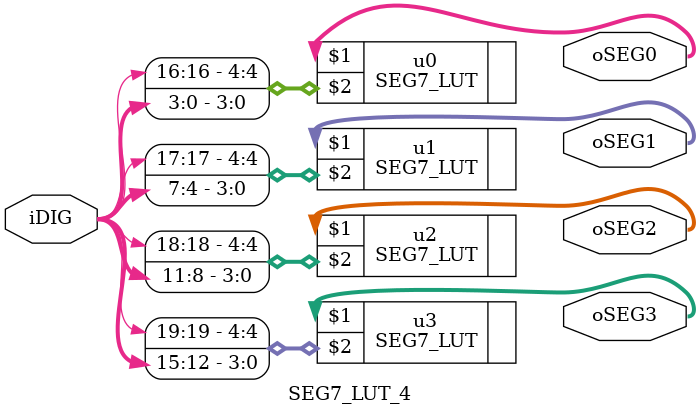
<source format=v>


module SEG7_LUT_4 (oSEG0, oSEG1, oSEG2, oSEG3, iDIG);

input   [31:0]  iDIG;
output  [6:0]   oSEG0, oSEG1, oSEG2, oSEG3;

SEG7_LUT u0 (oSEG0, {iDIG[16], iDIG[3:0]}  );
SEG7_LUT u1 (oSEG1, {iDIG[17], iDIG[7:4]}  );
SEG7_LUT u2 (oSEG2, {iDIG[18], iDIG[11:8]} );
SEG7_LUT u3 (oSEG3, {iDIG[19], iDIG[15:12]});

endmodule
</source>
